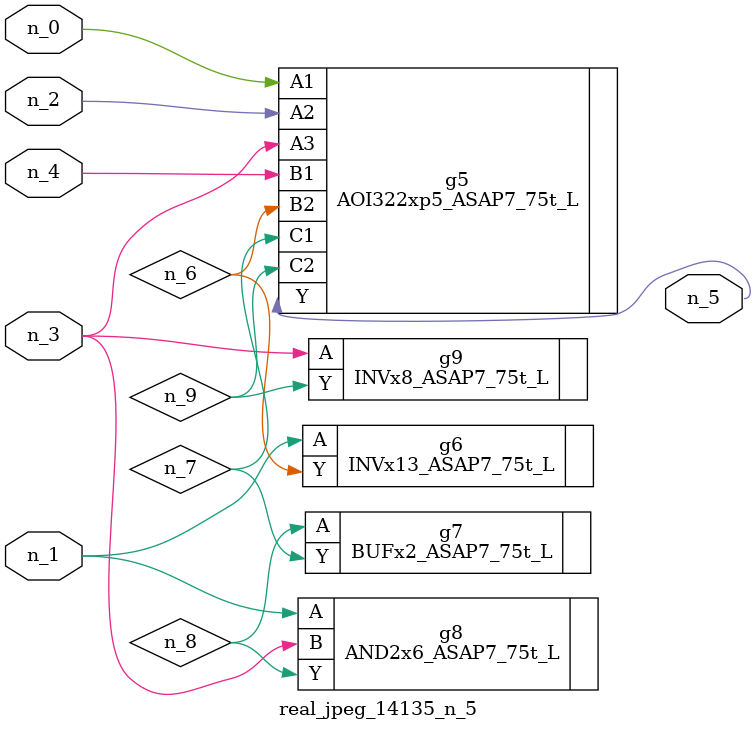
<source format=v>
module real_jpeg_14135_n_5 (n_4, n_0, n_1, n_2, n_3, n_5);

input n_4;
input n_0;
input n_1;
input n_2;
input n_3;

output n_5;

wire n_8;
wire n_6;
wire n_7;
wire n_9;

AOI322xp5_ASAP7_75t_L g5 ( 
.A1(n_0),
.A2(n_2),
.A3(n_3),
.B1(n_4),
.B2(n_6),
.C1(n_7),
.C2(n_9),
.Y(n_5)
);

INVx13_ASAP7_75t_L g6 ( 
.A(n_1),
.Y(n_6)
);

AND2x6_ASAP7_75t_L g8 ( 
.A(n_1),
.B(n_3),
.Y(n_8)
);

INVx8_ASAP7_75t_L g9 ( 
.A(n_3),
.Y(n_9)
);

BUFx2_ASAP7_75t_L g7 ( 
.A(n_8),
.Y(n_7)
);


endmodule
</source>
